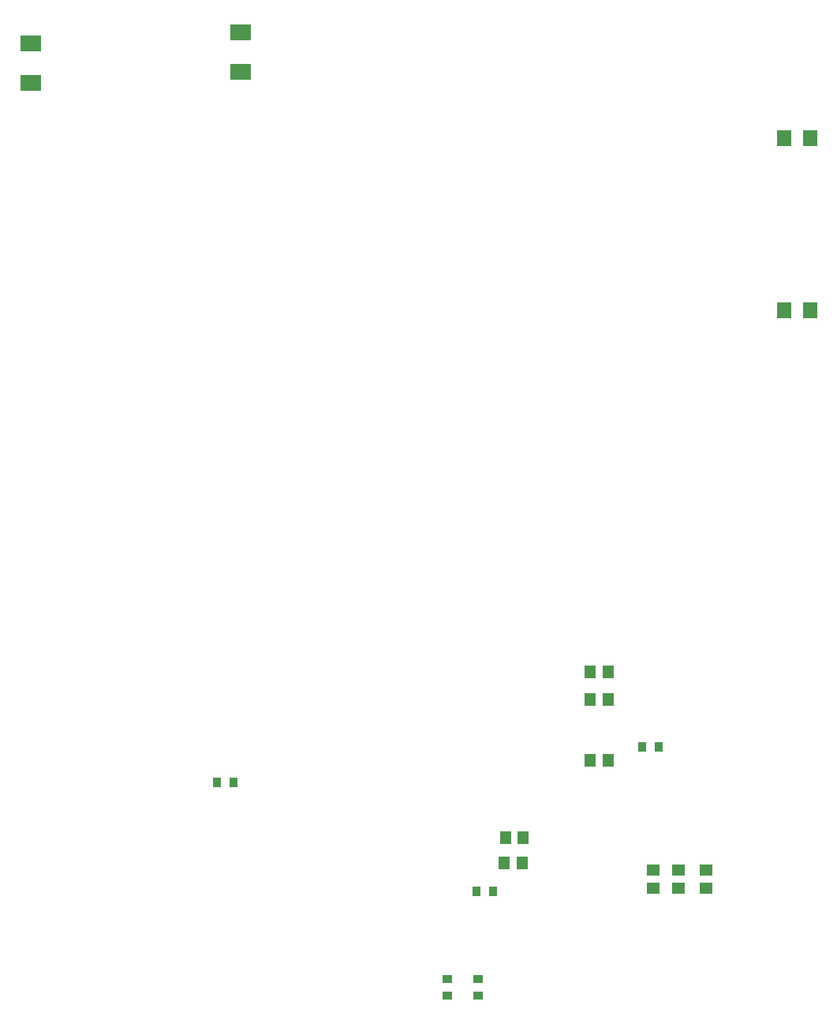
<source format=gbr>
%FSLAX23Y23*%
%MOIN*%
G04 EasyPC Gerber Version 14.0.2 Build 2922 *
%ADD14R,0.03540X0.03930*%
%ADD12R,0.04700X0.05600*%
%ADD11R,0.05900X0.06690*%
%ADD15R,0.03930X0.03540*%
%ADD13R,0.05600X0.04700*%
%ADD10R,0.08852X0.06588*%
X0Y0D02*
D02*
D10*
X2747Y4158D03*
Y4324D03*
X3636Y4205D03*
Y4371D03*
D02*
D11*
X5932Y3196D03*
Y3924D03*
X6042Y3196D03*
Y3924D03*
D02*
D12*
X4750Y863D03*
X4754Y969D03*
X4825Y863D03*
X4829Y969D03*
X5113Y1296D03*
Y1552D03*
Y1670D03*
X5188Y1296D03*
Y1552D03*
Y1670D03*
D02*
D13*
X5377Y757D03*
Y832D03*
X5485Y757D03*
Y832D03*
X5603Y757D03*
Y832D03*
D02*
D14*
X3534Y1205D03*
X3604D03*
X4633Y745D03*
X4703D03*
X5332Y1355D03*
X5402D03*
D02*
D15*
X4510Y304D03*
Y374D03*
X4640Y304D03*
Y374D03*
X0Y0D02*
M02*

</source>
